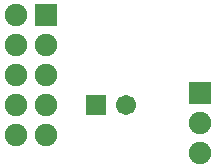
<source format=gbs>
G04*
G04 #@! TF.GenerationSoftware,Altium Limited,Altium Designer,19.1.7 (138)*
G04*
G04 Layer_Color=16711935*
%FSLAX25Y25*%
%MOIN*%
G70*
G01*
G75*
%ADD21C,0.06706*%
%ADD22R,0.06706X0.06706*%
%ADD23R,0.07493X0.07493*%
%ADD24C,0.07493*%
D21*
X41461Y-42500D02*
D03*
D22*
X31461D02*
D03*
D23*
X66354Y-38500D02*
D03*
X15000Y-12500D02*
D03*
D24*
X66354Y-48500D02*
D03*
Y-58500D02*
D03*
X5000Y-52500D02*
D03*
Y-42500D02*
D03*
Y-32500D02*
D03*
Y-22500D02*
D03*
Y-12500D02*
D03*
X15000Y-22500D02*
D03*
Y-32500D02*
D03*
Y-42500D02*
D03*
Y-52500D02*
D03*
M02*

</source>
